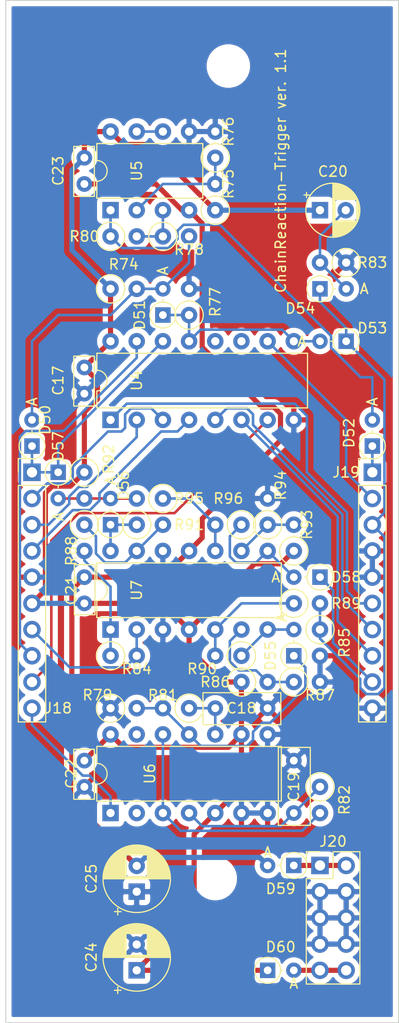
<source format=kicad_pcb>
(kicad_pcb (version 20171130) (host pcbnew "(5.1.8-0-10_14)")
  (layers (0 F.Cu signal) (31 B.Cu signal) (34 B.Paste user) (35 F.Paste user) (36 B.SilkS user) (37 F.SilkS user) (38 B.Mask user) (39 F.Mask user) (44 Edge.Cuts user))
  (net 0 "")
  (net 1 +12V)
  (net 2 GND)
  (net 3 "Net-(C18-Pad2)")
  (net 4 -12V)
  (net 5 /Trigger_Logic/clock)
  (net 6 /Trigger_Logic/Q8)
  (net 7 /Trigger_Logic/clock_out)
  (net 8 /Trigger_Logic/stop)
  (net 9 /Trigger_Logic/EoC_in)
  (net 10 "Net-(D52-Pad2)")
  (net 11 "Net-(D55-Pad2)")
  (net 12 "Net-(D56-Pad2)")
  (net 13 /Trigger_Logic/trigger_out)
  (net 14 /Trigger_Logic/Q0)
  (net 15 /Trigger_Logic/Q1)
  (net 16 /Trigger_Logic/Q2)
  (net 17 /Trigger_Logic/trg)
  (net 18 /Trigger_Logic/reset)
  (net 19 /Trigger_Logic/Q3)
  (net 20 /Trigger_Logic/EoC)
  (net 21 /Trigger_Logic/Q7)
  (net 22 /Trigger_Logic/Q6)
  (net 23 /Trigger_Logic/Q5)
  (net 24 /Trigger_Logic/Q4)
  (net 25 "Net-(R78-Pad1)")
  (net 26 "Net-(U4-Pad11)")
  (net 27 "Net-(U4-Pad12)")
  (net 28 "Net-(U5-Pad6)")
  (net 29 "Net-(U6-Pad13)")
  (net 30 "Net-(U6-Pad2)")
  (net 31 "Net-(C19-Pad2)")
  (net 32 "Net-(C20-Pad2)")
  (net 33 "Net-(D50-Pad2)")
  (net 34 "Net-(D56-Pad1)")
  (net 35 "Net-(D58-Pad2)")
  (net 36 "Net-(D59-Pad1)")
  (net 37 "Net-(D60-Pad2)")
  (net 38 "Net-(R75-Pad2)")
  (net 39 "Net-(R82-Pad2)")
  (net 40 "Net-(R84-Pad1)")
  (net 41 "Net-(R86-Pad2)")
  (net 42 "Net-(R88-Pad1)")
  (net 43 "Net-(R89-Pad1)")
  (net 44 "Net-(R93-Pad2)")
  (net 45 "Net-(R95-Pad1)")
  (module MountingHole:MountingHole_3.2mm_M3 (layer F.Cu) (at 83.82 123.19)
    (fp_text reference REF** hide)
    (fp_text value MountingHole_3.2mm_M3 hide)
    (pad 1 np_thru_hole circle (at 0 0) (size 3.2 3.2) (drill 3.2) (layers *.Cu *.Mask))
  )
  (module MountingHole:MountingHole_3.2mm_M3 (layer F.Cu) (at 85.09 44.45)
    (fp_text reference REF** hide)
    (fp_text value MountingHole_3.2mm_M3 hide)
    (pad 1 np_thru_hole circle (at 0 0) (size 3.2 3.2) (drill 3.2) (layers *.Cu *.Mask))
  )
  (module Attenuverter:C_Axial_L4.8mm_D2.0mm_P2.54mm_Horizontal (layer F.Cu) (at 71.12 76.2 90)
    (fp_text reference C17 (at 1.27 -2.54 90) (layer F.SilkS))
    (fp_text value 0.1u)
    (pad 2 thru_hole circle (at 2.54 0 90) (size 1.524 1.524) (drill 0.762) (layers *.Cu *.Mask) (net 1 +12V))
    (pad 1 thru_hole circle (at 0 0 90) (size 1.524 1.524) (drill 0.762) (layers *.Cu *.Mask) (net 2 GND))
  )
  (module Attenuverter:C_Axial_L4.8mm_D3.1mm_P5.08mm_Horizontal (layer F.Cu) (at 88.9 106.68 180)
    (fp_text reference C18 (at 2.54 0) (layer F.SilkS))
    (fp_text value 0.1u)
    (pad 1 thru_hole circle (at 0 0 180) (size 1.524 1.524) (drill 0.762) (layers *.Cu *.Mask) (net 2 GND))
    (pad 2 thru_hole circle (at 5.08 0 180) (size 1.524 1.524) (drill 0.762) (layers *.Cu *.Mask) (net 3 "Net-(C18-Pad2)"))
  )
  (module Attenuverter:C_Axial_L4.8mm_D3.1mm_P5.08mm_Horizontal (layer F.Cu) (at 91.44 111.76 270)
    (fp_text reference C19 (at 2.54 0 90) (layer F.SilkS))
    (fp_text value 0.1u)
    (pad 2 thru_hole circle (at 5.08 0 270) (size 1.524 1.524) (drill 0.762) (layers *.Cu *.Mask) (net 31 "Net-(C19-Pad2)"))
    (pad 1 thru_hole circle (at 0 0 270) (size 1.524 1.524) (drill 0.762) (layers *.Cu *.Mask) (net 2 GND))
  )
  (module Attenuverter:C_Axial_L4.8mm_D2.0mm_P2.54mm_Horizontal (layer F.Cu) (at 71.12 93.98 270)
    (fp_text reference C21 (at 1.27 1.27 90) (layer F.SilkS))
    (fp_text value 0.1u)
    (pad 2 thru_hole circle (at 2.54 0 270) (size 1.524 1.524) (drill 0.762) (layers *.Cu *.Mask) (net 1 +12V))
    (pad 1 thru_hole circle (at 0 0 270) (size 1.524 1.524) (drill 0.762) (layers *.Cu *.Mask) (net 4 -12V))
  )
  (module Attenuverter:C_Axial_L4.8mm_D2.0mm_P2.54mm_Horizontal (layer F.Cu) (at 71.12 114.3 90)
    (fp_text reference C22 (at 1.27 -1.27 90) (layer F.SilkS))
    (fp_text value 0.1u)
    (pad 1 thru_hole circle (at 0 0 90) (size 1.524 1.524) (drill 0.762) (layers *.Cu *.Mask) (net 2 GND))
    (pad 2 thru_hole circle (at 2.54 0 90) (size 1.524 1.524) (drill 0.762) (layers *.Cu *.Mask) (net 1 +12V))
  )
  (module Attenuverter:C_Axial_L4.8mm_D2.0mm_P2.54mm_Horizontal (layer F.Cu) (at 71.12 55.88 90)
    (fp_text reference C23 (at 1.27 -2.54 90) (layer F.SilkS))
    (fp_text value 0.1u)
    (pad 1 thru_hole circle (at 0 0 90) (size 1.524 1.524) (drill 0.762) (layers *.Cu *.Mask) (net 4 -12V))
    (pad 2 thru_hole circle (at 2.54 0 90) (size 1.524 1.524) (drill 0.762) (layers *.Cu *.Mask) (net 1 +12V))
  )
  (module Capacitor_THT:CP_Radial_D6.3mm_P2.50mm (layer F.Cu) (at 76.2 132.08 90)
    (fp_text reference C24 (at 1.25 -4.4 90) (layer F.SilkS))
    (fp_text value CP)
    (pad 1 thru_hole rect (at 0 0 90) (size 1.6 1.6) (drill 0.8) (layers *.Cu *.Mask) (net 1 +12V))
    (pad 2 thru_hole circle (at 2.5 0 90) (size 1.6 1.6) (drill 0.8) (layers *.Cu *.Mask) (net 2 GND))
  )
  (module Capacitor_THT:CP_Radial_D6.3mm_P2.50mm (layer F.Cu) (at 76.2 124.46 90)
    (fp_text reference C25 (at 1.25 -4.4 90) (layer F.SilkS))
    (fp_text value CP)
    (pad 2 thru_hole circle (at 2.5 0 90) (size 1.6 1.6) (drill 0.8) (layers *.Cu *.Mask) (net 4 -12V))
    (pad 1 thru_hole rect (at 0 0 90) (size 1.6 1.6) (drill 0.8) (layers *.Cu *.Mask) (net 2 GND))
  )
  (module Diode_THT:D_DO-34_SOD68_P2.54mm_Vertical_AnodeUp (layer F.Cu) (at 66.04 81.28 90)
    (fp_text reference D50 (at 2.54 1.27 90) (layer F.SilkS))
    (fp_text value D)
    (fp_text user A (at 4.29 0 90) (layer F.SilkS))
    (pad 1 thru_hole rect (at 0 0 90) (size 1.5 1.5) (drill 0.75) (layers *.Cu *.Mask) (net 5 /Trigger_Logic/clock))
    (pad 2 thru_hole oval (at 2.54 0 90) (size 1.5 1.5) (drill 0.75) (layers *.Cu *.Mask) (net 33 "Net-(D50-Pad2)"))
  )
  (module Diode_THT:D_DO-34_SOD68_P2.54mm_Vertical_AnodeUp (layer F.Cu) (at 78.74 68.58 90)
    (fp_text reference D51 (at 0 -2.25566 90) (layer F.SilkS))
    (fp_text value D)
    (fp_text user A (at 4.29 0 90) (layer F.SilkS))
    (pad 2 thru_hole oval (at 2.54 0 90) (size 1.5 1.5) (drill 0.75) (layers *.Cu *.Mask) (net 33 "Net-(D50-Pad2)"))
    (pad 1 thru_hole rect (at 0 0 90) (size 1.5 1.5) (drill 0.75) (layers *.Cu *.Mask) (net 6 /Trigger_Logic/Q8))
  )
  (module Diode_THT:D_DO-34_SOD68_P2.54mm_Vertical_AnodeUp (layer F.Cu) (at 99.06 81.28 90)
    (fp_text reference D52 (at 1.27 -2.25566 90) (layer F.SilkS))
    (fp_text value D)
    (fp_text user A (at 4.29 0 90) (layer F.SilkS))
    (pad 1 thru_hole rect (at 0 0 90) (size 1.5 1.5) (drill 0.75) (layers *.Cu *.Mask) (net 7 /Trigger_Logic/clock_out))
    (pad 2 thru_hole oval (at 2.54 0 90) (size 1.5 1.5) (drill 0.75) (layers *.Cu *.Mask) (net 10 "Net-(D52-Pad2)"))
  )
  (module Diode_THT:D_DO-34_SOD68_P2.54mm_Vertical_AnodeUp (layer F.Cu) (at 96.52 71.12 180)
    (fp_text reference D53 (at -2.54 1.27) (layer F.SilkS))
    (fp_text value D)
    (fp_text user A (at 4.29 0) (layer F.SilkS))
    (pad 2 thru_hole oval (at 2.54 0 180) (size 1.5 1.5) (drill 0.75) (layers *.Cu *.Mask) (net 6 /Trigger_Logic/Q8))
    (pad 1 thru_hole rect (at 0 0 180) (size 1.5 1.5) (drill 0.75) (layers *.Cu *.Mask) (net 8 /Trigger_Logic/stop))
  )
  (module Diode_THT:D_DO-34_SOD68_P2.54mm_Vertical_AnodeUp (layer F.Cu) (at 91.44 101.6 90)
    (fp_text reference D55 (at 0 -2.25566 90) (layer F.SilkS))
    (fp_text value D)
    (fp_text user A (at 3.7 -1.21 90) (layer F.SilkS))
    (pad 1 thru_hole rect (at 0 0 90) (size 1.5 1.5) (drill 0.75) (layers *.Cu *.Mask) (net 9 /Trigger_Logic/EoC_in))
    (pad 2 thru_hole oval (at 2.54 0 90) (size 1.5 1.5) (drill 0.75) (layers *.Cu *.Mask) (net 11 "Net-(D55-Pad2)"))
  )
  (module Diode_THT:D_DO-34_SOD68_P2.54mm_Vertical_AnodeUp (layer F.Cu) (at 73.66 88.9 90)
    (fp_text reference D56 (at 3.81 1.27 90) (layer F.SilkS))
    (fp_text value D)
    (fp_text user A (at 4.29 0 90) (layer F.SilkS))
    (pad 1 thru_hole rect (at 0 0 90) (size 1.5 1.5) (drill 0.75) (layers *.Cu *.Mask) (net 34 "Net-(D56-Pad1)"))
    (pad 2 thru_hole oval (at 2.54 0 90) (size 1.5 1.5) (drill 0.75) (layers *.Cu *.Mask) (net 12 "Net-(D56-Pad2)"))
  )
  (module Diode_THT:D_DO-34_SOD68_P2.54mm_Vertical_AnodeUp (layer F.Cu) (at 68.58 83.82 270)
    (fp_text reference D57 (at -2.54 0 90) (layer F.SilkS))
    (fp_text value D)
    (fp_text user A (at 4.29 0 90) (layer F.SilkS))
    (pad 2 thru_hole oval (at 2.54 0 270) (size 1.5 1.5) (drill 0.75) (layers *.Cu *.Mask) (net 12 "Net-(D56-Pad2)"))
    (pad 1 thru_hole rect (at 0 0 270) (size 1.5 1.5) (drill 0.75) (layers *.Cu *.Mask) (net 5 /Trigger_Logic/clock))
  )
  (module Diode_THT:D_DO-34_SOD68_P2.54mm_Vertical_AnodeUp (layer F.Cu) (at 91.44 121.92 180)
    (fp_text reference D59 (at 1.27 -2.25566) (layer F.SilkS))
    (fp_text value D_Schottky)
    (fp_text user A (at 2.54 1.27) (layer F.SilkS))
    (pad 2 thru_hole oval (at 2.54 0 180) (size 1.5 1.5) (drill 0.75) (layers *.Cu *.Mask) (net 4 -12V))
    (pad 1 thru_hole rect (at 0 0 180) (size 1.5 1.5) (drill 0.75) (layers *.Cu *.Mask) (net 36 "Net-(D59-Pad1)"))
  )
  (module Diode_THT:D_DO-34_SOD68_P2.54mm_Vertical_AnodeUp (layer F.Cu) (at 88.9 132.08)
    (fp_text reference D60 (at 1.27 -2.25566) (layer F.SilkS))
    (fp_text value D_Schottky)
    (fp_text user A (at 2.54 1.27) (layer F.SilkS))
    (pad 1 thru_hole rect (at 0 0) (size 1.5 1.5) (drill 0.75) (layers *.Cu *.Mask) (net 1 +12V))
    (pad 2 thru_hole oval (at 2.54 0) (size 1.5 1.5) (drill 0.75) (layers *.Cu *.Mask) (net 37 "Net-(D60-Pad2)"))
  )
  (module Diode_THT:D_DO-34_SOD68_P2.54mm_Vertical_AnodeUp (layer F.Cu) (at 93.98 93.98 180)
    (fp_text reference D58 (at -2.54 0) (layer F.SilkS))
    (fp_text value D)
    (fp_text user A (at 4.29 0) (layer F.SilkS))
    (pad 2 thru_hole oval (at 2.54 0 180) (size 1.5 1.5) (drill 0.75) (layers *.Cu *.Mask) (net 35 "Net-(D58-Pad2)"))
    (pad 1 thru_hole rect (at 0 0 180) (size 1.5 1.5) (drill 0.75) (layers *.Cu *.Mask) (net 13 /Trigger_Logic/trigger_out))
  )
  (module Connector_PinHeader_2.54mm:PinHeader_1x10_P2.54mm_Vertical (layer F.Cu) (at 66.04 83.82)
    (fp_text reference J18 (at 2.54 22.86) (layer F.SilkS))
    (fp_text value conn_L)
    (pad 1 thru_hole rect (at 0 0) (size 1.7 1.7) (drill 1) (layers *.Cu *.Mask) (net 5 /Trigger_Logic/clock))
    (pad 2 thru_hole oval (at 0 2.54) (size 1.7 1.7) (drill 1) (layers *.Cu *.Mask) (net 14 /Trigger_Logic/Q0))
    (pad 3 thru_hole oval (at 0 5.08) (size 1.7 1.7) (drill 1) (layers *.Cu *.Mask) (net 15 /Trigger_Logic/Q1))
    (pad 4 thru_hole oval (at 0 7.62) (size 1.7 1.7) (drill 1) (layers *.Cu *.Mask) (net 16 /Trigger_Logic/Q2))
    (pad 5 thru_hole oval (at 0 10.16) (size 1.7 1.7) (drill 1) (layers *.Cu *.Mask) (net 2 GND))
    (pad 6 thru_hole oval (at 0 12.7) (size 1.7 1.7) (drill 1) (layers *.Cu *.Mask) (net 1 +12V))
    (pad 7 thru_hole oval (at 0 15.24) (size 1.7 1.7) (drill 1) (layers *.Cu *.Mask) (net 17 /Trigger_Logic/trg))
    (pad 8 thru_hole oval (at 0 17.78) (size 1.7 1.7) (drill 1) (layers *.Cu *.Mask) (net 18 /Trigger_Logic/reset))
    (pad 9 thru_hole oval (at 0 20.32) (size 1.7 1.7) (drill 1) (layers *.Cu *.Mask) (net 19 /Trigger_Logic/Q3))
    (pad 10 thru_hole oval (at 0 22.86) (size 1.7 1.7) (drill 1) (layers *.Cu *.Mask) (net 20 /Trigger_Logic/EoC))
  )
  (module Connector_PinHeader_2.54mm:PinHeader_1x10_P2.54mm_Vertical (layer F.Cu) (at 99.06 83.82)
    (fp_text reference J19 (at -2.54 0) (layer F.SilkS))
    (fp_text value conn_R)
    (pad 10 thru_hole oval (at 0 22.86) (size 1.7 1.7) (drill 1) (layers *.Cu *.Mask) (net 2 GND))
    (pad 9 thru_hole oval (at 0 20.32) (size 1.7 1.7) (drill 1) (layers *.Cu *.Mask) (net 13 /Trigger_Logic/trigger_out))
    (pad 8 thru_hole oval (at 0 17.78) (size 1.7 1.7) (drill 1) (layers *.Cu *.Mask) (net 21 /Trigger_Logic/Q7))
    (pad 7 thru_hole oval (at 0 15.24) (size 1.7 1.7) (drill 1) (layers *.Cu *.Mask) (net 22 /Trigger_Logic/Q6))
    (pad 6 thru_hole oval (at 0 12.7) (size 1.7 1.7) (drill 1) (layers *.Cu *.Mask) (net 23 /Trigger_Logic/Q5))
    (pad 5 thru_hole oval (at 0 10.16) (size 1.7 1.7) (drill 1) (layers *.Cu *.Mask) (net 2 GND))
    (pad 4 thru_hole oval (at 0 7.62) (size 1.7 1.7) (drill 1) (layers *.Cu *.Mask) (net 2 GND))
    (pad 3 thru_hole oval (at 0 5.08) (size 1.7 1.7) (drill 1) (layers *.Cu *.Mask) (net 8 /Trigger_Logic/stop))
    (pad 2 thru_hole oval (at 0 2.54) (size 1.7 1.7) (drill 1) (layers *.Cu *.Mask) (net 24 /Trigger_Logic/Q4))
    (pad 1 thru_hole rect (at 0 0) (size 1.7 1.7) (drill 1) (layers *.Cu *.Mask) (net 7 /Trigger_Logic/clock_out))
  )
  (module Connector_PinHeader_2.54mm:PinHeader_2x05_P2.54mm_Vertical (layer F.Cu) (at 93.98 121.92)
    (fp_text reference J20 (at 1.27 -2.33) (layer F.SilkS))
    (fp_text value power_bus)
    (pad 1 thru_hole rect (at 0 0) (size 1.7 1.7) (drill 1) (layers *.Cu *.Mask) (net 36 "Net-(D59-Pad1)"))
    (pad 2 thru_hole oval (at 2.54 0) (size 1.7 1.7) (drill 1) (layers *.Cu *.Mask) (net 36 "Net-(D59-Pad1)"))
    (pad 3 thru_hole oval (at 0 2.54) (size 1.7 1.7) (drill 1) (layers *.Cu *.Mask) (net 2 GND))
    (pad 4 thru_hole oval (at 2.54 2.54) (size 1.7 1.7) (drill 1) (layers *.Cu *.Mask) (net 2 GND))
    (pad 5 thru_hole oval (at 0 5.08) (size 1.7 1.7) (drill 1) (layers *.Cu *.Mask) (net 2 GND))
    (pad 6 thru_hole oval (at 2.54 5.08) (size 1.7 1.7) (drill 1) (layers *.Cu *.Mask) (net 2 GND))
    (pad 7 thru_hole oval (at 0 7.62) (size 1.7 1.7) (drill 1) (layers *.Cu *.Mask) (net 2 GND))
    (pad 8 thru_hole oval (at 2.54 7.62) (size 1.7 1.7) (drill 1) (layers *.Cu *.Mask) (net 2 GND))
    (pad 9 thru_hole oval (at 0 10.16) (size 1.7 1.7) (drill 1) (layers *.Cu *.Mask) (net 37 "Net-(D60-Pad2)"))
    (pad 10 thru_hole oval (at 2.54 10.16) (size 1.7 1.7) (drill 1) (layers *.Cu *.Mask) (net 37 "Net-(D60-Pad2)"))
  )
  (module Resistor_THT:R_Axial_DIN0207_L6.3mm_D2.5mm_P2.54mm_Vertical (layer F.Cu) (at 73.66 66.04)
    (fp_text reference R74 (at 1.27 -2.37) (layer F.SilkS))
    (fp_text value 100k)
    (pad 2 thru_hole oval (at 2.54 0) (size 1.6 1.6) (drill 0.8) (layers *.Cu *.Mask) (net 33 "Net-(D50-Pad2)"))
    (pad 1 thru_hole circle (at 0 0) (size 1.6 1.6) (drill 0.8) (layers *.Cu *.Mask) (net 1 +12V))
  )
  (module Resistor_THT:R_Axial_DIN0207_L6.3mm_D2.5mm_P2.54mm_Vertical (layer F.Cu) (at 83.82 58.42 90)
    (fp_text reference R75 (at 2.54 1.27 90) (layer F.SilkS))
    (fp_text value 100k)
    (pad 1 thru_hole circle (at 0 0 90) (size 1.6 1.6) (drill 0.8) (layers *.Cu *.Mask) (net 1 +12V))
    (pad 2 thru_hole oval (at 2.54 0 90) (size 1.6 1.6) (drill 0.8) (layers *.Cu *.Mask) (net 38 "Net-(R75-Pad2)"))
  )
  (module Resistor_THT:R_Axial_DIN0207_L6.3mm_D2.5mm_P2.54mm_Vertical (layer F.Cu) (at 83.82 53.34 90)
    (fp_text reference R76 (at 2.54 1.27 90) (layer F.SilkS))
    (fp_text value 100k)
    (pad 2 thru_hole oval (at 2.54 0 90) (size 1.6 1.6) (drill 0.8) (layers *.Cu *.Mask) (net 2 GND))
    (pad 1 thru_hole circle (at 0 0 90) (size 1.6 1.6) (drill 0.8) (layers *.Cu *.Mask) (net 38 "Net-(R75-Pad2)"))
  )
  (module Resistor_THT:R_Axial_DIN0207_L6.3mm_D2.5mm_P2.54mm_Vertical (layer F.Cu) (at 81.28 68.58 90)
    (fp_text reference R77 (at 1.27 2.54 90) (layer F.SilkS))
    (fp_text value 100k)
    (pad 1 thru_hole circle (at 0 0 90) (size 1.6 1.6) (drill 0.8) (layers *.Cu *.Mask) (net 6 /Trigger_Logic/Q8))
    (pad 2 thru_hole oval (at 2.54 0 90) (size 1.6 1.6) (drill 0.8) (layers *.Cu *.Mask) (net 2 GND))
  )
  (module Resistor_THT:R_Axial_DIN0207_L6.3mm_D2.5mm_P2.54mm_Vertical (layer F.Cu) (at 78.74 60.96)
    (fp_text reference R78 (at 2.54 1.27) (layer F.SilkS))
    (fp_text value 10k)
    (pad 2 thru_hole oval (at 2.54 0) (size 1.6 1.6) (drill 0.8) (layers *.Cu *.Mask) (net 33 "Net-(D50-Pad2)"))
    (pad 1 thru_hole circle (at 0 0) (size 1.6 1.6) (drill 0.8) (layers *.Cu *.Mask) (net 25 "Net-(R78-Pad1)"))
  )
  (module Resistor_THT:R_Axial_DIN0207_L6.3mm_D2.5mm_P2.54mm_Vertical (layer F.Cu) (at 73.66 60.96)
    (fp_text reference R80 (at -2.54 0) (layer F.SilkS))
    (fp_text value 1M)
    (pad 1 thru_hole circle (at 0 0) (size 1.6 1.6) (drill 0.8) (layers *.Cu *.Mask) (net 10 "Net-(D52-Pad2)"))
    (pad 2 thru_hole oval (at 2.54 0) (size 1.6 1.6) (drill 0.8) (layers *.Cu *.Mask) (net 25 "Net-(R78-Pad1)"))
  )
  (module Resistor_THT:R_Axial_DIN0207_L6.3mm_D2.5mm_P2.54mm_Vertical (layer F.Cu) (at 81.28 106.68 180)
    (fp_text reference R81 (at 2.54 1.27) (layer F.SilkS))
    (fp_text value 100k)
    (pad 2 thru_hole oval (at 2.54 0 180) (size 1.6 1.6) (drill 0.8) (layers *.Cu *.Mask) (net 9 /Trigger_Logic/EoC_in))
    (pad 1 thru_hole circle (at 0 0 180) (size 1.6 1.6) (drill 0.8) (layers *.Cu *.Mask) (net 3 "Net-(C18-Pad2)"))
  )
  (module Resistor_THT:R_Axial_DIN0207_L6.3mm_D2.5mm_P2.54mm_Vertical (layer F.Cu) (at 93.98 114.3 270)
    (fp_text reference R82 (at 1.27 -2.37 90) (layer F.SilkS))
    (fp_text value 100k)
    (pad 1 thru_hole circle (at 0 0 270) (size 1.6 1.6) (drill 0.8) (layers *.Cu *.Mask) (net 31 "Net-(C19-Pad2)"))
    (pad 2 thru_hole oval (at 2.54 0 270) (size 1.6 1.6) (drill 0.8) (layers *.Cu *.Mask) (net 39 "Net-(R82-Pad2)"))
  )
  (module Resistor_THT:R_Axial_DIN0207_L6.3mm_D2.5mm_P2.54mm_Vertical (layer F.Cu) (at 93.98 99.06 270)
    (fp_text reference R85 (at 1.27 -2.37 90) (layer F.SilkS))
    (fp_text value 100k)
    (pad 1 thru_hole circle (at 0 0 270) (size 1.6 1.6) (drill 0.8) (layers *.Cu *.Mask) (net 8 /Trigger_Logic/stop))
    (pad 2 thru_hole oval (at 2.54 0 270) (size 1.6 1.6) (drill 0.8) (layers *.Cu *.Mask) (net 2 GND))
  )
  (module Resistor_THT:R_Axial_DIN0207_L6.3mm_D2.5mm_P2.54mm_Vertical (layer F.Cu) (at 86.36 104.14)
    (fp_text reference R86 (at -2.54 0) (layer F.SilkS))
    (fp_text value 100k)
    (pad 2 thru_hole oval (at 2.54 0) (size 1.6 1.6) (drill 0.8) (layers *.Cu *.Mask) (net 41 "Net-(R86-Pad2)"))
    (pad 1 thru_hole circle (at 0 0) (size 1.6 1.6) (drill 0.8) (layers *.Cu *.Mask) (net 1 +12V))
  )
  (module Resistor_THT:R_Axial_DIN0207_L6.3mm_D2.5mm_P2.54mm_Vertical (layer F.Cu) (at 91.44 104.14)
    (fp_text reference R87 (at 2.54 1.27) (layer F.SilkS))
    (fp_text value 100k)
    (pad 1 thru_hole circle (at 0 0) (size 1.6 1.6) (drill 0.8) (layers *.Cu *.Mask) (net 41 "Net-(R86-Pad2)"))
    (pad 2 thru_hole oval (at 2.54 0) (size 1.6 1.6) (drill 0.8) (layers *.Cu *.Mask) (net 2 GND))
  )
  (module Resistor_THT:R_Axial_DIN0207_L6.3mm_D2.5mm_P2.54mm_Vertical (layer F.Cu) (at 91.44 96.52)
    (fp_text reference R89 (at 5.08 0) (layer F.SilkS))
    (fp_text value 10k)
    (pad 1 thru_hole circle (at 0 0) (size 1.6 1.6) (drill 0.8) (layers *.Cu *.Mask) (net 43 "Net-(R89-Pad1)"))
    (pad 2 thru_hole oval (at 2.54 0) (size 1.6 1.6) (drill 0.8) (layers *.Cu *.Mask) (net 8 /Trigger_Logic/stop))
  )
  (module Resistor_THT:R_Axial_DIN0207_L6.3mm_D2.5mm_P2.54mm_Vertical (layer F.Cu) (at 86.36 101.6 180)
    (fp_text reference R90 (at 3.81 -1.27) (layer F.SilkS))
    (fp_text value 1M)
    (pad 2 thru_hole oval (at 2.54 0 180) (size 1.6 1.6) (drill 0.8) (layers *.Cu *.Mask) (net 43 "Net-(R89-Pad1)"))
    (pad 1 thru_hole circle (at 0 0 180) (size 1.6 1.6) (drill 0.8) (layers *.Cu *.Mask) (net 11 "Net-(D55-Pad2)"))
  )
  (module Resistor_THT:R_Axial_DIN0207_L6.3mm_D2.5mm_P2.54mm_Vertical (layer F.Cu) (at 73.66 101.6)
    (fp_text reference R84 (at 2.54 1.27) (layer F.SilkS))
    (fp_text value 100k)
    (pad 1 thru_hole circle (at 0 0) (size 1.6 1.6) (drill 0.8) (layers *.Cu *.Mask) (net 40 "Net-(R84-Pad1)"))
    (pad 2 thru_hole oval (at 2.54 0) (size 1.6 1.6) (drill 0.8) (layers *.Cu *.Mask) (net 17 /Trigger_Logic/trg))
  )
  (module Resistor_THT:R_Axial_DIN0207_L6.3mm_D2.5mm_P2.54mm_Vertical (layer F.Cu) (at 71.12 88.9 270)
    (fp_text reference R88 (at 2.54 1.27 90) (layer F.SilkS))
    (fp_text value 100k)
    (pad 2 thru_hole oval (at 2.54 0 270) (size 1.6 1.6) (drill 0.8) (layers *.Cu *.Mask) (net 40 "Net-(R84-Pad1)"))
    (pad 1 thru_hole circle (at 0 0 270) (size 1.6 1.6) (drill 0.8) (layers *.Cu *.Mask) (net 42 "Net-(R88-Pad1)"))
  )
  (module Resistor_THT:R_Axial_DIN0207_L6.3mm_D2.5mm_P2.54mm_Vertical (layer F.Cu) (at 76.2 88.9)
    (fp_text reference R91 (at 5.08 0) (layer F.SilkS))
    (fp_text value 100k)
    (pad 1 thru_hole circle (at 0 0) (size 1.6 1.6) (drill 0.8) (layers *.Cu *.Mask) (net 34 "Net-(D56-Pad1)"))
    (pad 2 thru_hole oval (at 2.54 0) (size 1.6 1.6) (drill 0.8) (layers *.Cu *.Mask) (net 42 "Net-(R88-Pad1)"))
  )
  (module Resistor_THT:R_Axial_DIN0207_L6.3mm_D2.5mm_P2.54mm_Vertical (layer F.Cu) (at 71.12 83.82 270)
    (fp_text reference R92 (at -1.27 -2.37 90) (layer F.SilkS))
    (fp_text value 100k)
    (pad 2 thru_hole oval (at 2.54 0 270) (size 1.6 1.6) (drill 0.8) (layers *.Cu *.Mask) (net 12 "Net-(D56-Pad2)"))
    (pad 1 thru_hole circle (at 0 0 270) (size 1.6 1.6) (drill 0.8) (layers *.Cu *.Mask) (net 1 +12V))
  )
  (module Resistor_THT:R_Axial_DIN0207_L6.3mm_D2.5mm_P2.54mm_Vertical (layer F.Cu) (at 91.44 91.44 90)
    (fp_text reference R93 (at 2.54 1.27 90) (layer F.SilkS))
    (fp_text value 100k)
    (pad 2 thru_hole oval (at 2.54 0 90) (size 1.6 1.6) (drill 0.8) (layers *.Cu *.Mask) (net 44 "Net-(R93-Pad2)"))
    (pad 1 thru_hole circle (at 0 0 90) (size 1.6 1.6) (drill 0.8) (layers *.Cu *.Mask) (net 1 +12V))
  )
  (module Resistor_THT:R_Axial_DIN0207_L6.3mm_D2.5mm_P2.54mm_Vertical (layer F.Cu) (at 88.9 88.9 90)
    (fp_text reference R94 (at 3.81 1.27 90) (layer F.SilkS))
    (fp_text value 100k)
    (pad 1 thru_hole circle (at 0 0 90) (size 1.6 1.6) (drill 0.8) (layers *.Cu *.Mask) (net 44 "Net-(R93-Pad2)"))
    (pad 2 thru_hole oval (at 2.54 0 90) (size 1.6 1.6) (drill 0.8) (layers *.Cu *.Mask) (net 2 GND))
  )
  (module Resistor_THT:R_Axial_DIN0207_L6.3mm_D2.5mm_P2.54mm_Vertical (layer F.Cu) (at 78.74 86.36 180)
    (fp_text reference R95 (at -2.54 0) (layer F.SilkS))
    (fp_text value 10k)
    (pad 1 thru_hole circle (at 0 0 180) (size 1.6 1.6) (drill 0.8) (layers *.Cu *.Mask) (net 45 "Net-(R95-Pad1)"))
    (pad 2 thru_hole oval (at 2.54 0 180) (size 1.6 1.6) (drill 0.8) (layers *.Cu *.Mask) (net 12 "Net-(D56-Pad2)"))
  )
  (module Resistor_THT:R_Axial_DIN0207_L6.3mm_D2.5mm_P2.54mm_Vertical (layer F.Cu) (at 86.36 88.9 180)
    (fp_text reference R96 (at 1.27 2.54) (layer F.SilkS))
    (fp_text value 1M)
    (pad 2 thru_hole oval (at 2.54 0 180) (size 1.6 1.6) (drill 0.8) (layers *.Cu *.Mask) (net 45 "Net-(R95-Pad1)"))
    (pad 1 thru_hole circle (at 0 0 180) (size 1.6 1.6) (drill 0.8) (layers *.Cu *.Mask) (net 35 "Net-(D58-Pad2)"))
  )
  (module Package_DIP:DIP-16_W7.62mm (layer F.Cu) (at 73.66 78.74 90)
    (fp_text reference U4 (at 3.81 2.54 90) (layer F.SilkS))
    (fp_text value 4017)
    (pad 1 thru_hole rect (at 0 0 90) (size 1.6 1.6) (drill 0.8) (layers *.Cu *.Mask) (net 23 /Trigger_Logic/Q5))
    (pad 9 thru_hole oval (at 7.62 17.78 90) (size 1.6 1.6) (drill 0.8) (layers *.Cu *.Mask) (net 6 /Trigger_Logic/Q8))
    (pad 2 thru_hole oval (at 0 2.54 90) (size 1.6 1.6) (drill 0.8) (layers *.Cu *.Mask) (net 15 /Trigger_Logic/Q1))
    (pad 10 thru_hole oval (at 7.62 15.24 90) (size 1.6 1.6) (drill 0.8) (layers *.Cu *.Mask) (net 24 /Trigger_Logic/Q4))
    (pad 3 thru_hole oval (at 0 5.08 90) (size 1.6 1.6) (drill 0.8) (layers *.Cu *.Mask) (net 14 /Trigger_Logic/Q0))
    (pad 11 thru_hole oval (at 7.62 12.7 90) (size 1.6 1.6) (drill 0.8) (layers *.Cu *.Mask) (net 26 "Net-(U4-Pad11)"))
    (pad 4 thru_hole oval (at 0 7.62 90) (size 1.6 1.6) (drill 0.8) (layers *.Cu *.Mask) (net 16 /Trigger_Logic/Q2))
    (pad 12 thru_hole oval (at 7.62 10.16 90) (size 1.6 1.6) (drill 0.8) (layers *.Cu *.Mask) (net 27 "Net-(U4-Pad12)"))
    (pad 5 thru_hole oval (at 0 10.16 90) (size 1.6 1.6) (drill 0.8) (layers *.Cu *.Mask) (net 22 /Trigger_Logic/Q6))
    (pad 13 thru_hole oval (at 7.62 7.62 90) (size 1.6 1.6) (drill 0.8) (layers *.Cu *.Mask) (net 6 /Trigger_Logic/Q8))
    (pad 6 thru_hole oval (at 0 12.7 90) (size 1.6 1.6) (drill 0.8) (layers *.Cu *.Mask) (net 21 /Trigger_Logic/Q7))
    (pad 14 thru_hole oval (at 7.62 5.08 90) (size 1.6 1.6) (drill 0.8) (layers *.Cu *.Mask) (net 5 /Trigger_Logic/clock))
    (pad 7 thru_hole oval (at 0 15.24 90) (size 1.6 1.6) (drill 0.8) (layers *.Cu *.Mask) (net 19 /Trigger_Logic/Q3))
    (pad 15 thru_hole oval (at 7.62 2.54 90) (size 1.6 1.6) (drill 0.8) (layers *.Cu *.Mask) (net 18 /Trigger_Logic/reset))
    (pad 8 thru_hole oval (at 0 17.78 90) (size 1.6 1.6) (drill 0.8) (layers *.Cu *.Mask) (net 2 GND))
    (pad 16 thru_hole oval (at 7.62 0 90) (size 1.6 1.6) (drill 0.8) (layers *.Cu *.Mask) (net 1 +12V))
  )
  (module Package_DIP:DIP-8_W7.62mm (layer F.Cu) (at 73.66 58.42 90)
    (fp_text reference U5 (at 3.81 2.54 90) (layer F.SilkS))
    (fp_text value TL072)
    (pad 1 thru_hole rect (at 0 0 90) (size 1.6 1.6) (drill 0.8) (layers *.Cu *.Mask) (net 10 "Net-(D52-Pad2)"))
    (pad 5 thru_hole oval (at 7.62 7.62 90) (size 1.6 1.6) (drill 0.8) (layers *.Cu *.Mask) (net 2 GND))
    (pad 2 thru_hole oval (at 0 2.54 90) (size 1.6 1.6) (drill 0.8) (layers *.Cu *.Mask) (net 38 "Net-(R75-Pad2)"))
    (pad 6 thru_hole oval (at 7.62 5.08 90) (size 1.6 1.6) (drill 0.8) (layers *.Cu *.Mask) (net 28 "Net-(U5-Pad6)"))
    (pad 3 thru_hole oval (at 0 5.08 90) (size 1.6 1.6) (drill 0.8) (layers *.Cu *.Mask) (net 25 "Net-(R78-Pad1)"))
    (pad 7 thru_hole oval (at 7.62 2.54 90) (size 1.6 1.6) (drill 0.8) (layers *.Cu *.Mask) (net 28 "Net-(U5-Pad6)"))
    (pad 4 thru_hole oval (at 0 7.62 90) (size 1.6 1.6) (drill 0.8) (layers *.Cu *.Mask) (net 4 -12V))
    (pad 8 thru_hole oval (at 7.62 0 90) (size 1.6 1.6) (drill 0.8) (layers *.Cu *.Mask) (net 1 +12V))
  )
  (module Package_DIP:DIP-14_W7.62mm (layer F.Cu) (at 73.66 116.84 90)
    (fp_text reference U6 (at 3.81 3.81 90) (layer F.SilkS))
    (fp_text value 4013)
    (pad 14 thru_hole oval (at 7.62 0 90) (size 1.6 1.6) (drill 0.8) (layers *.Cu *.Mask) (net 1 +12V))
    (pad 7 thru_hole oval (at 0 15.24 90) (size 1.6 1.6) (drill 0.8) (layers *.Cu *.Mask) (net 2 GND))
    (pad 13 thru_hole oval (at 7.62 2.54 90) (size 1.6 1.6) (drill 0.8) (layers *.Cu *.Mask) (net 29 "Net-(U6-Pad13)"))
    (pad 6 thru_hole oval (at 0 12.7 90) (size 1.6 1.6) (drill 0.8) (layers *.Cu *.Mask) (net 2 GND))
    (pad 12 thru_hole oval (at 7.62 5.08 90) (size 1.6 1.6) (drill 0.8) (layers *.Cu *.Mask) (net 39 "Net-(R82-Pad2)"))
    (pad 5 thru_hole oval (at 0 10.16 90) (size 1.6 1.6) (drill 0.8) (layers *.Cu *.Mask) (net 1 +12V))
    (pad 11 thru_hole oval (at 7.62 7.62 90) (size 1.6 1.6) (drill 0.8) (layers *.Cu *.Mask) (net 9 /Trigger_Logic/EoC_in))
    (pad 4 thru_hole oval (at 0 7.62 90) (size 1.6 1.6) (drill 0.8) (layers *.Cu *.Mask) (net 31 "Net-(C19-Pad2)"))
    (pad 10 thru_hole oval (at 7.62 10.16 90) (size 1.6 1.6) (drill 0.8) (layers *.Cu *.Mask) (net 3 "Net-(C18-Pad2)"))
    (pad 3 thru_hole oval (at 0 5.08 90) (size 1.6 1.6) (drill 0.8) (layers *.Cu *.Mask) (net 39 "Net-(R82-Pad2)"))
    (pad 9 thru_hole oval (at 7.62 12.7 90) (size 1.6 1.6) (drill 0.8) (layers *.Cu *.Mask) (net 1 +12V))
    (pad 2 thru_hole oval (at 0 2.54 90) (size 1.6 1.6) (drill 0.8) (layers *.Cu *.Mask) (net 30 "Net-(U6-Pad2)"))
    (pad 8 thru_hole oval (at 7.62 15.24 90) (size 1.6 1.6) (drill 0.8) (layers *.Cu *.Mask) (net 2 GND))
    (pad 1 thru_hole rect (at 0 0 90) (size 1.6 1.6) (drill 0.8) (layers *.Cu *.Mask) (net 20 /Trigger_Logic/EoC))
  )
  (module Package_DIP:DIP-14_W7.62mm (layer F.Cu) (at 73.66 99.06 90)
    (fp_text reference U7 (at 3.81 2.54 90) (layer F.SilkS))
    (fp_text value TL074)
    (pad 1 thru_hole rect (at 0 0 90) (size 1.6 1.6) (drill 0.8) (layers *.Cu *.Mask) (net 40 "Net-(R84-Pad1)"))
    (pad 8 thru_hole oval (at 7.62 15.24 90) (size 1.6 1.6) (drill 0.8) (layers *.Cu *.Mask) (net 35 "Net-(D58-Pad2)"))
    (pad 2 thru_hole oval (at 0 2.54 90) (size 1.6 1.6) (drill 0.8) (layers *.Cu *.Mask) (net 17 /Trigger_Logic/trg))
    (pad 9 thru_hole oval (at 7.62 12.7 90) (size 1.6 1.6) (drill 0.8) (layers *.Cu *.Mask) (net 44 "Net-(R93-Pad2)"))
    (pad 3 thru_hole oval (at 0 5.08 90) (size 1.6 1.6) (drill 0.8) (layers *.Cu *.Mask) (net 2 GND))
    (pad 10 thru_hole oval (at 7.62 10.16 90) (size 1.6 1.6) (drill 0.8) (layers *.Cu *.Mask) (net 45 "Net-(R95-Pad1)"))
    (pad 4 thru_hole oval (at 0 7.62 90) (size 1.6 1.6) (drill 0.8) (layers *.Cu *.Mask) (net 1 +12V))
    (pad 11 thru_hole oval (at 7.62 7.62 90) (size 1.6 1.6) (drill 0.8) (layers *.Cu *.Mask) (net 4 -12V))
    (pad 5 thru_hole oval (at 0 10.16 90) (size 1.6 1.6) (drill 0.8) (layers *.Cu *.Mask) (net 43 "Net-(R89-Pad1)"))
    (pad 12 thru_hole oval (at 7.62 5.08 90) (size 1.6 1.6) (drill 0.8) (layers *.Cu *.Mask) (net 2 GND))
    (pad 6 thru_hole oval (at 0 12.7 90) (size 1.6 1.6) (drill 0.8) (layers *.Cu *.Mask) (net 41 "Net-(R86-Pad2)"))
    (pad 13 thru_hole oval (at 7.62 2.54 90) (size 1.6 1.6) (drill 0.8) (layers *.Cu *.Mask) (net 42 "Net-(R88-Pad1)"))
    (pad 7 thru_hole oval (at 0 15.24 90) (size 1.6 1.6) (drill 0.8) (layers *.Cu *.Mask) (net 11 "Net-(D55-Pad2)"))
    (pad 14 thru_hole oval (at 7.62 0 90) (size 1.6 1.6) (drill 0.8) (layers *.Cu *.Mask) (net 34 "Net-(D56-Pad1)"))
  )
  (module Capacitor_THT:CP_Radial_D5.0mm_P2.50mm (layer F.Cu) (at 93.98 58.42)
    (fp_text reference C20 (at 1.25 -3.75) (layer F.SilkS))
    (fp_text value 1u)
    (pad 1 thru_hole rect (at 0 0) (size 1.6 1.6) (drill 0.8) (layers *.Cu *.Mask) (net 1 +12V))
    (pad 2 thru_hole circle (at 2.5 0) (size 1.6 1.6) (drill 0.8) (layers *.Cu *.Mask) (net 32 "Net-(C20-Pad2)"))
  )
  (module Diode_THT:D_DO-34_SOD68_P2.54mm_Vertical_AnodeUp (layer F.Cu) (at 93.98 66.04)
    (fp_text reference D54 (at -1.905 1.905) (layer F.SilkS))
    (fp_text value D)
    (fp_text user A (at 4.29 0) (layer F.SilkS))
    (pad 1 thru_hole rect (at 0 0) (size 1.5 1.5) (drill 0.75) (layers *.Cu *.Mask) (net 8 /Trigger_Logic/stop))
    (pad 2 thru_hole oval (at 2.54 0) (size 1.5 1.5) (drill 0.75) (layers *.Cu *.Mask) (net 32 "Net-(C20-Pad2)"))
  )
  (module Resistor_THT:R_Axial_DIN0207_L6.3mm_D2.5mm_P2.54mm_Vertical (layer F.Cu) (at 73.66 106.68)
    (fp_text reference R79 (at -1.27 -1.27) (layer F.SilkS))
    (fp_text value 10k)
    (pad 2 thru_hole oval (at 2.54 0) (size 1.6 1.6) (drill 0.8) (layers *.Cu *.Mask) (net 9 /Trigger_Logic/EoC_in))
    (pad 1 thru_hole circle (at 0 0) (size 1.6 1.6) (drill 0.8) (layers *.Cu *.Mask) (net 2 GND))
  )
  (module Resistor_THT:R_Axial_DIN0207_L6.3mm_D2.5mm_P2.54mm_Vertical (layer F.Cu) (at 96.52 63.5 180)
    (fp_text reference R83 (at -2.54 0) (layer F.SilkS))
    (fp_text value 1M)
    (pad 1 thru_hole circle (at 0 0 180) (size 1.6 1.6) (drill 0.8) (layers *.Cu *.Mask) (net 2 GND))
    (pad 2 thru_hole oval (at 2.54 0 180) (size 1.6 1.6) (drill 0.8) (layers *.Cu *.Mask) (net 32 "Net-(C20-Pad2)"))
  )
  (gr_text "ChainReaction-Trigger ver. 1.1" (at 90.17 54.61 90) (layer F.SilkS) (effects (font (size 1 1))))
  (gr_line (start 101.6 38.1) (end 63.5 38.1) (layer Edge.Cuts) (width 0.1))
  (gr_line (start 101.6 137.16) (end 101.6 38.1) (layer Edge.Cuts) (width 0.1))
  (gr_line (start 63.5 137.16) (end 101.6 137.16) (layer Edge.Cuts) (width 0.1))
  (gr_line (start 63.5 38.1) (end 63.5 137.16) (layer Edge.Cuts) (width 0.1))
  (segment (start 78.74 96.52) (end 81.28 99.06) (width 0.5) (layer F.Cu) (net 1))
  (segment (start 71.12 96.52) (end 78.74 96.52) (width 0.5) (layer F.Cu) (net 1))
  (segment (start 84.509998 104.14) (end 86.36 104.14) (width 0.5) (layer F.Cu) (net 1))
  (segment (start 81.28 100.910002) (end 84.509998 104.14) (width 0.5) (layer F.Cu) (net 1))
  (segment (start 81.28 99.06) (end 81.28 100.910002) (width 0.5) (layer F.Cu) (net 1))
  (segment (start 87.649999 92.690001) (end 81.28 99.06) (width 0.5) (layer F.Cu) (net 1))
  (segment (start 90.189999 92.690001) (end 87.649999 92.690001) (width 0.5) (layer F.Cu) (net 1))
  (segment (start 91.44 91.44) (end 90.189999 92.690001) (width 0.5) (layer F.Cu) (net 1))
  (segment (start 71.12 111.76) (end 73.66 109.22) (width 0.5) (layer F.Cu) (net 1))
  (segment (start 85.109999 110.470001) (end 86.36 109.22) (width 0.5) (layer F.Cu) (net 1))
  (segment (start 74.910001 110.470001) (end 85.109999 110.470001) (width 0.5) (layer F.Cu) (net 1))
  (segment (start 73.66 109.22) (end 74.910001 110.470001) (width 0.5) (layer F.Cu) (net 1))
  (segment (start 86.36 114.3) (end 83.82 116.84) (width 0.5) (layer F.Cu) (net 1))
  (segment (start 86.36 109.22) (end 86.36 114.3) (width 0.5) (layer F.Cu) (net 1))
  (segment (start 86.36 104.14) (end 86.36 109.22) (width 0.5) (layer F.Cu) (net 1))
  (segment (start 76.2 132.08) (end 88.9 132.08) (width 0.5) (layer F.Cu) (net 1))
  (segment (start 81.769999 126.510001) (end 76.2 132.08) (width 0.5) (layer F.Cu) (net 1))
  (segment (start 81.769999 118.890001) (end 81.769999 126.510001) (width 0.5) (layer F.Cu) (net 1))
  (segment (start 83.82 116.84) (end 81.769999 118.890001) (width 0.5) (layer F.Cu) (net 1))
  (segment (start 71.12 96.52) (end 66.04 96.52) (width 0.5) (layer B.Cu) (net 1))
  (segment (start 71.12 83.82) (end 71.12 78.74) (width 0.5) (layer F.Cu) (net 1))
  (segment (start 71.12 73.66) (end 73.66 71.12) (width 0.5) (layer F.Cu) (net 1))
  (segment (start 73.66 71.12) (end 73.66 66.04) (width 0.5) (layer F.Cu) (net 1))
  (segment (start 71.12 53.34) (end 71.12 52.07) (width 0.5) (layer F.Cu) (net 1))
  (segment (start 72.39 50.8) (end 73.66 50.8) (width 0.5) (layer F.Cu) (net 1))
  (segment (start 71.12 52.07) (end 72.39 50.8) (width 0.5) (layer F.Cu) (net 1))
  (segment (start 77.450001 52.050001) (end 83.82 58.42) (width 0.5) (layer F.Cu) (net 1))
  (segment (start 74.910001 52.050001) (end 77.450001 52.050001) (width 0.5) (layer F.Cu) (net 1))
  (segment (start 73.66 50.8) (end 74.910001 52.050001) (width 0.5) (layer F.Cu) (net 1))
  (segment (start 69.907999 54.552001) (end 69.907999 62.287999) (width 0.5) (layer B.Cu) (net 1))
  (segment (start 69.907999 62.287999) (end 73.66 66.04) (width 0.5) (layer B.Cu) (net 1))
  (segment (start 71.12 53.34) (end 69.907999 54.552001) (width 0.5) (layer B.Cu) (net 1))
  (segment (start 67.340001 95.219999) (end 66.04 96.52) (width 0.5) (layer F.Cu) (net 1))
  (segment (start 67.340001 90.815999) (end 67.340001 95.219999) (width 0.5) (layer F.Cu) (net 1))
  (segment (start 67.31 90.785998) (end 67.340001 90.815999) (width 0.5) (layer F.Cu) (net 1))
  (segment (start 67.31 90.17) (end 67.31 90.785998) (width 0.5) (layer F.Cu) (net 1))
  (segment (start 68.003999 85.159999) (end 67.340001 85.823997) (width 0.5) (layer F.Cu) (net 1))
  (segment (start 67.340001 90.139999) (end 67.31 90.17) (width 0.5) (layer F.Cu) (net 1))
  (segment (start 67.340001 85.823997) (end 67.340001 90.139999) (width 0.5) (layer F.Cu) (net 1))
  (segment (start 69.780001 85.159999) (end 68.003999 85.159999) (width 0.5) (layer F.Cu) (net 1))
  (segment (start 71.12 83.82) (end 69.780001 85.159999) (width 0.5) (layer F.Cu) (net 1))
  (segment (start 71.12 73.66) (end 72.39 74.93) (width 0.5) (layer F.Cu) (net 1))
  (segment (start 71.12 77.993762) (end 71.12 78.74) (width 0.5) (layer F.Cu) (net 1))
  (segment (start 72.39 76.723762) (end 71.12 77.993762) (width 0.5) (layer F.Cu) (net 1))
  (segment (start 72.39 74.93) (end 72.39 76.723762) (width 0.5) (layer F.Cu) (net 1))
  (segment (start 83.82 58.42) (end 93.98 58.42) (width 0.5) (layer B.Cu) (net 1))
  (segment (start 81.28 106.68) (end 83.82 106.68) (width 0.25) (layer B.Cu) (net 3))
  (segment (start 83.82 106.68) (end 83.82 109.22) (width 0.25) (layer B.Cu) (net 3))
  (segment (start 93.98 114.3) (end 91.44 116.84) (width 0.25) (layer B.Cu) (net 31))
  (segment (start 91.44 116.84) (end 90.17 118.11) (width 0.25) (layer B.Cu) (net 31))
  (segment (start 82.55 118.11) (end 81.28 116.84) (width 0.25) (layer B.Cu) (net 31))
  (segment (start 90.17 118.11) (end 82.55 118.11) (width 0.25) (layer B.Cu) (net 31))
  (segment (start 78.74 93.98) (end 81.28 91.44) (width 0.5) (layer F.Cu) (net 4))
  (segment (start 71.12 93.98) (end 78.74 93.98) (width 0.5) (layer F.Cu) (net 4))
  (segment (start 69.907999 115.667999) (end 69.907999 95.192001) (width 0.5) (layer F.Cu) (net 4))
  (segment (start 69.907999 95.192001) (end 71.12 93.98) (width 0.5) (layer F.Cu) (net 4))
  (segment (start 76.2 121.96) (end 69.907999 115.667999) (width 0.5) (layer F.Cu) (net 4))
  (segment (start 88.119999 121.139999) (end 88.9 121.92) (width 0.5) (layer B.Cu) (net 4))
  (segment (start 77.020001 121.139999) (end 88.119999 121.139999) (width 0.5) (layer B.Cu) (net 4))
  (segment (start 76.2 121.96) (end 77.020001 121.139999) (width 0.5) (layer B.Cu) (net 4))
  (segment (start 80.590002 58.42) (end 81.28 58.42) (width 0.5) (layer F.Cu) (net 4))
  (segment (start 78.050002 55.88) (end 80.590002 58.42) (width 0.5) (layer F.Cu) (net 4))
  (segment (start 71.12 55.88) (end 78.050002 55.88) (width 0.5) (layer F.Cu) (net 4))
  (segment (start 81.28 58.42) (end 82.55 59.69) (width 0.5) (layer F.Cu) (net 4))
  (segment (start 82.55 90.17) (end 81.28 91.44) (width 0.5) (layer F.Cu) (net 4))
  (segment (start 82.55 88.319998) (end 82.55 90.17) (width 0.5) (layer F.Cu) (net 4))
  (segment (start 90.150001 80.719997) (end 82.55 88.319998) (width 0.5) (layer F.Cu) (net 4))
  (segment (start 90.150001 78.139999) (end 90.150001 80.719997) (width 0.5) (layer F.Cu) (net 4))
  (segment (start 89.500001 77.489999) (end 90.150001 78.139999) (width 0.5) (layer F.Cu) (net 4))
  (segment (start 88.339997 77.489999) (end 89.500001 77.489999) (width 0.5) (layer F.Cu) (net 4))
  (segment (start 82.55 71.700002) (end 88.339997 77.489999) (width 0.5) (layer F.Cu) (net 4))
  (segment (start 82.55 59.69) (end 82.55 71.700002) (width 0.5) (layer F.Cu) (net 4))
  (segment (start 66.04 83.82) (end 68.58 83.82) (width 0.25) (layer B.Cu) (net 5))
  (segment (start 66.04 83.82) (end 66.04 81.28) (width 0.25) (layer B.Cu) (net 5))
  (segment (start 68.58 81.28) (end 68.58 83.82) (width 0.25) (layer B.Cu) (net 5))
  (segment (start 78.74 71.12) (end 68.58 81.28) (width 0.25) (layer B.Cu) (net 5))
  (segment (start 81.28 63.5) (end 78.74 66.04) (width 0.25) (layer B.Cu) (net 33))
  (segment (start 81.28 60.96) (end 81.28 63.5) (width 0.25) (layer B.Cu) (net 33))
  (segment (start 78.74 66.04) (end 76.2 66.04) (width 0.25) (layer B.Cu) (net 33))
  (segment (start 66.04 78.74) (end 66.04 71.12) (width 0.25) (layer B.Cu) (net 33))
  (segment (start 66.04 71.12) (end 68.58 68.58) (width 0.25) (layer B.Cu) (net 33))
  (segment (start 73.66 68.58) (end 76.2 66.04) (width 0.25) (layer B.Cu) (net 33))
  (segment (start 68.58 68.58) (end 73.66 68.58) (width 0.25) (layer B.Cu) (net 33))
  (segment (start 78.74 68.58) (end 81.28 68.58) (width 0.25) (layer B.Cu) (net 6))
  (segment (start 81.28 68.58) (end 81.28 71.12) (width 0.25) (layer B.Cu) (net 6))
  (segment (start 82.405001 69.994999) (end 90.314999 69.994999) (width 0.25) (layer B.Cu) (net 6))
  (segment (start 90.314999 69.994999) (end 91.44 71.12) (width 0.25) (layer B.Cu) (net 6))
  (segment (start 81.28 71.12) (end 82.405001 69.994999) (width 0.25) (layer B.Cu) (net 6))
  (segment (start 91.44 71.12) (end 93.98 71.12) (width 0.25) (layer B.Cu) (net 6))
  (segment (start 99.06 83.82) (end 99.06 81.28) (width 0.25) (layer B.Cu) (net 7))
  (segment (start 73.66 58.42) (end 73.66 60.96) (width 0.25) (layer B.Cu) (net 10))
  (segment (start 93.98 99.06) (end 93.98 96.52) (width 0.25) (layer B.Cu) (net 8))
  (segment (start 100.235001 90.075001) (end 99.06 88.9) (width 0.25) (layer B.Cu) (net 8))
  (segment (start 100.235001 104.704001) (end 100.235001 90.075001) (width 0.25) (layer B.Cu) (net 8))
  (segment (start 98.495999 105.315001) (end 99.624001 105.315001) (width 0.25) (layer B.Cu) (net 8))
  (segment (start 99.624001 105.315001) (end 100.235001 104.704001) (width 0.25) (layer B.Cu) (net 8))
  (segment (start 97.884999 104.704001) (end 98.495999 105.315001) (width 0.25) (layer B.Cu) (net 8))
  (segment (start 97.884999 103.839997) (end 97.884999 104.704001) (width 0.25) (layer B.Cu) (net 8))
  (segment (start 93.98 99.934998) (end 97.884999 103.839997) (width 0.25) (layer B.Cu) (net 8))
  (segment (start 93.98 99.06) (end 93.98 99.934998) (width 0.25) (layer B.Cu) (net 8))
  (segment (start 93.98 66.04) (end 93.98 67.31) (width 0.25) (layer B.Cu) (net 8))
  (segment (start 96.52 69.85) (end 96.52 71.12) (width 0.25) (layer B.Cu) (net 8))
  (segment (start 93.98 67.31) (end 96.52 69.85) (width 0.25) (layer B.Cu) (net 8))
  (segment (start 100.235001 87.724999) (end 99.06 88.9) (width 0.25) (layer B.Cu) (net 8))
  (segment (start 100.235001 74.835001) (end 100.235001 87.724999) (width 0.25) (layer B.Cu) (net 8))
  (segment (start 96.52 71.12) (end 100.235001 74.835001) (width 0.25) (layer B.Cu) (net 8))
  (segment (start 82.405001 110.345001) (end 81.28 109.22) (width 0.25) (layer B.Cu) (net 9))
  (segment (start 87.485001 109.760001) (end 86.900001 110.345001) (width 0.25) (layer B.Cu) (net 9))
  (segment (start 87.485001 108.969997) (end 87.485001 109.760001) (width 0.25) (layer B.Cu) (net 9))
  (segment (start 88.359999 108.094999) (end 87.485001 108.969997) (width 0.25) (layer B.Cu) (net 9))
  (segment (start 86.900001 110.345001) (end 82.405001 110.345001) (width 0.25) (layer B.Cu) (net 9))
  (segment (start 89.150003 108.094999) (end 88.359999 108.094999) (width 0.25) (layer B.Cu) (net 9))
  (segment (start 92.565001 104.680001) (end 89.150003 108.094999) (width 0.25) (layer B.Cu) (net 9))
  (segment (start 92.565001 102.725001) (end 92.565001 104.680001) (width 0.25) (layer B.Cu) (net 9))
  (segment (start 91.44 101.6) (end 92.565001 102.725001) (width 0.25) (layer B.Cu) (net 9))
  (segment (start 81.28 109.22) (end 78.74 106.68) (width 0.25) (layer B.Cu) (net 9))
  (segment (start 76.2 106.68) (end 78.74 106.68) (width 0.25) (layer B.Cu) (net 9))
  (segment (start 79.280001 62.085001) (end 74.785001 62.085001) (width 0.25) (layer B.Cu) (net 10))
  (segment (start 80.154999 60.419999) (end 80.154999 61.210003) (width 0.25) (layer B.Cu) (net 10))
  (segment (start 80.739999 59.834999) (end 80.154999 60.419999) (width 0.25) (layer B.Cu) (net 10))
  (segment (start 84.286001 59.834999) (end 80.739999 59.834999) (width 0.25) (layer B.Cu) (net 10))
  (segment (start 74.785001 62.085001) (end 73.66 60.96) (width 0.25) (layer B.Cu) (net 10))
  (segment (start 99.06 74.608998) (end 97.923996 74.608998) (width 0.25) (layer B.Cu) (net 10))
  (segment (start 95.055001 71.740003) (end 95.055001 70.603999) (width 0.25) (layer B.Cu) (net 10))
  (segment (start 80.154999 61.210003) (end 79.280001 62.085001) (width 0.25) (layer B.Cu) (net 10))
  (segment (start 99.06 78.74) (end 99.06 74.608998) (width 0.25) (layer B.Cu) (net 10))
  (segment (start 97.923996 74.608998) (end 95.055001 71.740003) (width 0.25) (layer B.Cu) (net 10))
  (segment (start 95.055001 70.603999) (end 84.286001 59.834999) (width 0.25) (layer B.Cu) (net 10))
  (segment (start 86.36 101.6) (end 88.9 99.06) (width 0.25) (layer B.Cu) (net 11))
  (segment (start 88.9 99.06) (end 91.44 99.06) (width 0.25) (layer B.Cu) (net 11))
  (segment (start 73.66 91.44) (end 73.66 88.9) (width 0.25) (layer B.Cu) (net 34))
  (segment (start 73.66 88.9) (end 76.2 88.9) (width 0.25) (layer B.Cu) (net 34))
  (segment (start 68.58 86.36) (end 76.2 86.36) (width 0.25) (layer F.Cu) (net 12))
  (segment (start 96.52 121.92) (end 91.44 121.92) (width 0.5) (layer F.Cu) (net 36))
  (segment (start 91.44 132.08) (end 96.52 132.08) (width 0.5) (layer F.Cu) (net 37))
  (segment (start 85.819999 92.565001) (end 87.774999 92.565001) (width 0.25) (layer B.Cu) (net 35))
  (segment (start 87.774999 92.565001) (end 88.9 91.44) (width 0.25) (layer B.Cu) (net 35))
  (segment (start 85.234999 91.980001) (end 85.819999 92.565001) (width 0.25) (layer B.Cu) (net 35))
  (segment (start 85.234999 90.025001) (end 85.234999 91.980001) (width 0.25) (layer B.Cu) (net 35))
  (segment (start 86.36 88.9) (end 85.234999 90.025001) (width 0.25) (layer B.Cu) (net 35))
  (segment (start 88.9 91.44) (end 91.44 93.98) (width 0.25) (layer B.Cu) (net 35))
  (segment (start 95.25 100.33) (end 95.25 95.25) (width 0.25) (layer B.Cu) (net 13))
  (segment (start 95.25 95.25) (end 93.98 93.98) (width 0.25) (layer B.Cu) (net 13))
  (segment (start 99.06 104.14) (end 95.25 100.33) (width 0.25) (layer B.Cu) (net 13))
  (segment (start 75.074999 78.199999) (end 75.659999 77.614999) (width 0.25) (layer B.Cu) (net 14))
  (segment (start 77.614999 77.614999) (end 78.74 78.74) (width 0.25) (layer B.Cu) (net 14))
  (segment (start 75.659999 77.614999) (end 77.614999 77.614999) (width 0.25) (layer B.Cu) (net 14))
  (segment (start 74.720001 79.865001) (end 75.074999 79.510003) (width 0.25) (layer B.Cu) (net 14))
  (segment (start 69.994999 83.279999) (end 73.409997 79.865001) (width 0.25) (layer B.Cu) (net 14))
  (segment (start 75.074999 79.510003) (end 75.074999 78.199999) (width 0.25) (layer B.Cu) (net 14))
  (segment (start 69.994999 84.490003) (end 69.994999 83.279999) (width 0.25) (layer B.Cu) (net 14))
  (segment (start 73.409997 79.865001) (end 74.720001 79.865001) (width 0.25) (layer B.Cu) (net 14))
  (segment (start 69.590001 84.895001) (end 69.994999 84.490003) (width 0.25) (layer B.Cu) (net 14))
  (segment (start 67.504999 84.895001) (end 69.590001 84.895001) (width 0.25) (layer B.Cu) (net 14))
  (segment (start 66.04 86.36) (end 67.504999 84.895001) (width 0.25) (layer B.Cu) (net 14))
  (segment (start 67.631002 88.9) (end 66.04 88.9) (width 0.25) (layer B.Cu) (net 15))
  (segment (start 70.579999 85.234999) (end 69.655001 86.159997) (width 0.25) (layer B.Cu) (net 15))
  (segment (start 69.655001 86.159997) (end 69.655001 86.876001) (width 0.25) (layer B.Cu) (net 15))
  (segment (start 71.370003 85.234999) (end 70.579999 85.234999) (width 0.25) (layer B.Cu) (net 15))
  (segment (start 76.2 80.405002) (end 71.370003 85.234999) (width 0.25) (layer B.Cu) (net 15))
  (segment (start 69.655001 86.876001) (end 67.631002 88.9) (width 0.25) (layer B.Cu) (net 15))
  (segment (start 76.2 78.74) (end 76.2 80.405002) (width 0.25) (layer B.Cu) (net 15))
  (segment (start 72.584999 85.843999) (end 78.563997 79.865001) (width 0.25) (layer B.Cu) (net 16))
  (segment (start 78.563997 79.865001) (end 80.154999 79.865001) (width 0.25) (layer B.Cu) (net 16))
  (segment (start 66.04 91.44) (end 69.994999 87.485001) (width 0.25) (layer B.Cu) (net 16))
  (segment (start 72.584999 86.560003) (end 72.584999 85.843999) (width 0.25) (layer B.Cu) (net 16))
  (segment (start 71.660001 87.485001) (end 72.584999 86.560003) (width 0.25) (layer B.Cu) (net 16))
  (segment (start 69.994999 87.485001) (end 71.660001 87.485001) (width 0.25) (layer B.Cu) (net 16))
  (segment (start 80.154999 79.865001) (end 81.28 78.74) (width 0.25) (layer B.Cu) (net 16))
  (segment (start 75.074999 102.725001) (end 76.2 101.6) (width 0.25) (layer B.Cu) (net 17))
  (segment (start 69.705001 102.725001) (end 75.074999 102.725001) (width 0.25) (layer B.Cu) (net 17))
  (segment (start 66.04 99.06) (end 69.705001 102.725001) (width 0.25) (layer B.Cu) (net 17))
  (segment (start 76.2 101.6) (end 76.2 99.06) (width 0.25) (layer B.Cu) (net 17))
  (segment (start 76.2 72.728762) (end 76.2 71.12) (width 0.25) (layer B.Cu) (net 18))
  (segment (start 69.113761 79.815001) (end 76.2 72.728762) (width 0.25) (layer B.Cu) (net 18))
  (segment (start 65.419997 79.815001) (end 69.113761 79.815001) (width 0.25) (layer B.Cu) (net 18))
  (segment (start 64.864999 100.424999) (end 64.864999 80.369999) (width 0.25) (layer B.Cu) (net 18))
  (segment (start 64.864999 80.369999) (end 65.419997 79.815001) (width 0.25) (layer B.Cu) (net 18))
  (segment (start 66.04 101.6) (end 64.864999 100.424999) (width 0.25) (layer B.Cu) (net 18))
  (segment (start 70.579999 87.774999) (end 67.915011 90.439987) (width 0.25) (layer F.Cu) (net 19))
  (segment (start 67.915011 102.264989) (end 66.04 104.14) (width 0.25) (layer F.Cu) (net 19))
  (segment (start 67.915011 90.439987) (end 67.915011 102.264989) (width 0.25) (layer F.Cu) (net 19))
  (segment (start 79.865001 87.774999) (end 70.579999 87.774999) (width 0.25) (layer F.Cu) (net 19))
  (segment (start 88.9 78.74) (end 79.865001 87.774999) (width 0.25) (layer F.Cu) (net 19))
  (segment (start 73.66 115.231238) (end 73.66 116.84) (width 0.25) (layer B.Cu) (net 20))
  (segment (start 70.964237 113.212999) (end 71.641761 113.212999) (width 0.25) (layer B.Cu) (net 20))
  (segment (start 66.04 108.288762) (end 70.964237 113.212999) (width 0.25) (layer B.Cu) (net 20))
  (segment (start 71.641761 113.212999) (end 73.66 115.231238) (width 0.25) (layer B.Cu) (net 20))
  (segment (start 66.04 106.68) (end 66.04 108.288762) (width 0.25) (layer B.Cu) (net 20))
  (segment (start 95.700009 88.080009) (end 86.36 78.74) (width 0.25) (layer B.Cu) (net 21))
  (segment (start 95.700009 98.240009) (end 95.700009 88.080009) (width 0.25) (layer B.Cu) (net 21))
  (segment (start 99.06 101.6) (end 95.700009 98.240009) (width 0.25) (layer B.Cu) (net 21))
  (segment (start 84.945001 77.614999) (end 83.82 78.74) (width 0.25) (layer B.Cu) (net 22))
  (segment (start 86.900001 77.614999) (end 84.945001 77.614999) (width 0.25) (layer B.Cu) (net 22))
  (segment (start 87.485001 78.199999) (end 86.900001 77.614999) (width 0.25) (layer B.Cu) (net 22))
  (segment (start 87.485001 79.228591) (end 87.485001 78.199999) (width 0.25) (layer B.Cu) (net 22))
  (segment (start 96.150019 87.893609) (end 87.485001 79.228591) (width 0.25) (layer B.Cu) (net 22))
  (segment (start 96.150018 96.150018) (end 96.150019 87.893609) (width 0.25) (layer B.Cu) (net 22))
  (segment (start 99.06 99.06) (end 96.150018 96.150018) (width 0.25) (layer B.Cu) (net 22))
  (segment (start 97.79 96.52) (end 99.06 96.52) (width 0.25) (layer B.Cu) (net 23))
  (segment (start 96.600028 95.330028) (end 97.79 96.52) (width 0.25) (layer B.Cu) (net 23))
  (segment (start 73.66 78.74) (end 75.23501 77.16499) (width 0.25) (layer B.Cu) (net 23))
  (segment (start 75.23501 77.16499) (end 91.529992 77.16499) (width 0.25) (layer B.Cu) (net 23))
  (segment (start 92.71 78.344998) (end 92.71 83.81718) (width 0.25) (layer B.Cu) (net 23))
  (segment (start 91.529992 77.16499) (end 92.71 78.344998) (width 0.25) (layer B.Cu) (net 23))
  (segment (start 96.600028 87.70721) (end 96.600028 95.330028) (width 0.25) (layer B.Cu) (net 23))
  (segment (start 92.71 83.81718) (end 96.600028 87.70721) (width 0.25) (layer B.Cu) (net 23))
  (segment (start 99.06 86.36) (end 96.52 83.82) (width 0.25) (layer B.Cu) (net 24))
  (segment (start 96.52 78.74) (end 88.9 71.12) (width 0.25) (layer B.Cu) (net 24))
  (segment (start 96.52 83.82) (end 96.52 78.74) (width 0.25) (layer B.Cu) (net 24))
  (segment (start 78.74 55.88) (end 83.82 55.88) (width 0.25) (layer B.Cu) (net 38))
  (segment (start 76.2 58.42) (end 78.74 55.88) (width 0.25) (layer B.Cu) (net 38))
  (segment (start 83.82 55.88) (end 83.82 53.34) (width 0.25) (layer B.Cu) (net 38))
  (segment (start 76.2 60.96) (end 78.74 60.96) (width 0.25) (layer B.Cu) (net 25))
  (segment (start 78.74 60.96) (end 78.74 58.42) (width 0.25) (layer B.Cu) (net 25))
  (segment (start 78.74 109.22) (end 78.74 116.84) (width 0.25) (layer B.Cu) (net 39))
  (segment (start 80.460009 118.560009) (end 78.74 116.84) (width 0.25) (layer B.Cu) (net 39))
  (segment (start 92.259991 118.560009) (end 80.460009 118.560009) (width 0.25) (layer B.Cu) (net 39))
  (segment (start 93.98 116.84) (end 92.259991 118.560009) (width 0.25) (layer B.Cu) (net 39))
  (segment (start 87.774999 103.014999) (end 88.9 104.14) (width 0.25) (layer B.Cu) (net 41))
  (segment (start 85.234999 102.140001) (end 86.109997 103.014999) (width 0.25) (layer B.Cu) (net 41))
  (segment (start 86.109997 103.014999) (end 87.774999 103.014999) (width 0.25) (layer B.Cu) (net 41))
  (segment (start 85.234999 100.185001) (end 85.234999 102.140001) (width 0.25) (layer B.Cu) (net 41))
  (segment (start 86.36 99.06) (end 85.234999 100.185001) (width 0.25) (layer B.Cu) (net 41))
  (segment (start 88.9 104.14) (end 91.44 104.14) (width 0.25) (layer B.Cu) (net 41))
  (segment (start 86.36 96.52) (end 83.82 99.06) (width 0.25) (layer B.Cu) (net 43))
  (segment (start 91.44 96.52) (end 86.36 96.52) (width 0.25) (layer B.Cu) (net 43))
  (segment (start 83.82 99.06) (end 83.82 101.6) (width 0.25) (layer B.Cu) (net 43))
  (segment (start 73.66 101.6) (end 73.66 99.06) (width 0.25) (layer B.Cu) (net 40))
  (segment (start 71.12 92.371238) (end 71.12 91.44) (width 0.25) (layer B.Cu) (net 40))
  (segment (start 73.66 94.911238) (end 71.12 92.371238) (width 0.25) (layer B.Cu) (net 40))
  (segment (start 73.66 99.06) (end 73.66 94.911238) (width 0.25) (layer B.Cu) (net 40))
  (segment (start 75.074999 92.565001) (end 76.2 91.44) (width 0.25) (layer B.Cu) (net 42))
  (segment (start 72.245001 91.690003) (end 73.119999 92.565001) (width 0.25) (layer B.Cu) (net 42))
  (segment (start 72.245001 90.025001) (end 72.245001 91.690003) (width 0.25) (layer B.Cu) (net 42))
  (segment (start 73.119999 92.565001) (end 75.074999 92.565001) (width 0.25) (layer B.Cu) (net 42))
  (segment (start 71.12 88.9) (end 72.245001 90.025001) (width 0.25) (layer B.Cu) (net 42))
  (segment (start 76.2 91.44) (end 78.74 88.9) (width 0.25) (layer B.Cu) (net 42))
  (segment (start 86.36 91.44) (end 88.9 88.9) (width 0.25) (layer B.Cu) (net 44))
  (segment (start 88.9 88.9) (end 91.44 88.9) (width 0.25) (layer B.Cu) (net 44))
  (segment (start 81.28 86.36) (end 83.82 88.9) (width 0.25) (layer B.Cu) (net 45))
  (segment (start 78.74 86.36) (end 81.28 86.36) (width 0.25) (layer B.Cu) (net 45))
  (segment (start 83.82 88.9) (end 83.82 91.44) (width 0.25) (layer B.Cu) (net 45))
  (segment (start 78.74 50.8) (end 76.2 50.8) (width 0.25) (layer B.Cu) (net 28))
  (segment (start 93.98 60.92) (end 96.48 58.42) (width 0.25) (layer B.Cu) (net 32))
  (segment (start 93.98 63.5) (end 93.98 60.92) (width 0.25) (layer B.Cu) (net 32))
  (segment (start 96.52 66.04) (end 93.98 63.5) (width 0.25) (layer B.Cu) (net 32))
  (zone (net 2) (net_name GND) (layer F.Cu) (connect_pads (clearance 0.508)) (min_thickness 0.254) (fill yes (arc_segments 32) (thermal_gap 0.508) (thermal_bridge_width 0.508))
    (polygon (pts (xy 101.6 137.16) (xy 63.5 137.16) (xy 63.5 38.1) (xy 101.6 38.1)))
  )
  (zone (net 2) (net_name GND) (layer B.Cu) (connect_pads (clearance 0.508)) (min_thickness 0.254) (fill yes (arc_segments 32) (thermal_gap 0.508) (thermal_bridge_width 0.508))
    (polygon (pts (xy 101.6 137.16) (xy 63.5 137.16) (xy 63.5 38.1) (xy 101.6 38.1)))
  )
)
</source>
